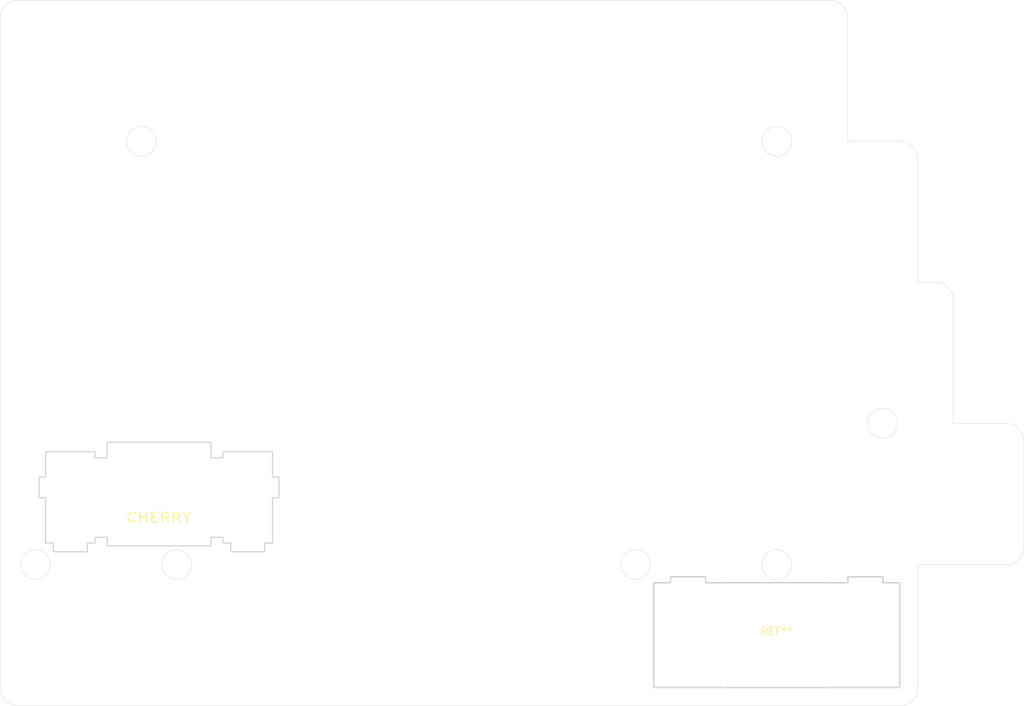
<source format=kicad_pcb>
(kicad_pcb (version 20171130) (host pcbnew 5.1.2-f72e74a~84~ubuntu18.04.1)

  (general
    (thickness 1.6)
    (drawings 29)
    (tracks 0)
    (zones 0)
    (modules 29)
    (nets 1)
  )

  (page A4)
  (layers
    (0 F.Cu signal)
    (31 B.Cu signal hide)
    (32 B.Adhes user hide)
    (33 F.Adhes user hide)
    (34 B.Paste user hide)
    (35 F.Paste user hide)
    (36 B.SilkS user hide)
    (37 F.SilkS user hide)
    (38 B.Mask user hide)
    (39 F.Mask user hide)
    (40 Dwgs.User user hide)
    (41 Cmts.User user hide)
    (42 Eco1.User user hide)
    (43 Eco2.User user hide)
    (44 Edge.Cuts user)
    (45 Margin user hide)
    (46 B.CrtYd user hide)
    (47 F.CrtYd user hide)
    (48 B.Fab user hide)
    (49 F.Fab user hide)
  )

  (setup
    (last_trace_width 0.25)
    (trace_clearance 0.2)
    (zone_clearance 0.508)
    (zone_45_only no)
    (trace_min 0.2)
    (via_size 0.8)
    (via_drill 0.4)
    (via_min_size 0.4)
    (via_min_drill 0.3)
    (uvia_size 0.3)
    (uvia_drill 0.1)
    (uvias_allowed no)
    (uvia_min_size 0.2)
    (uvia_min_drill 0.1)
    (edge_width 0.05)
    (segment_width 0.2)
    (pcb_text_width 0.3)
    (pcb_text_size 1.5 1.5)
    (mod_edge_width 0.12)
    (mod_text_size 1 1)
    (mod_text_width 0.15)
    (pad_size 1.524 1.524)
    (pad_drill 0.762)
    (pad_to_mask_clearance 0.051)
    (solder_mask_min_width 0.25)
    (aux_axis_origin 0 0)
    (visible_elements FFFFFF7F)
    (pcbplotparams
      (layerselection 0x010f0_ffffffff)
      (usegerberextensions true)
      (usegerberattributes false)
      (usegerberadvancedattributes false)
      (creategerberjobfile false)
      (excludeedgelayer true)
      (linewidth 0.100000)
      (plotframeref false)
      (viasonmask false)
      (mode 1)
      (useauxorigin false)
      (hpglpennumber 1)
      (hpglpenspeed 20)
      (hpglpendiameter 15.000000)
      (psnegative false)
      (psa4output false)
      (plotreference true)
      (plotvalue true)
      (plotinvisibletext false)
      (padsonsilk false)
      (subtractmaskfromsilk true)
      (outputformat 1)
      (mirror false)
      (drillshape 0)
      (scaleselection 1)
      (outputdirectory "../gerber-test/pcb/left/"))
  )

  (net 0 "")

  (net_class Default "これはデフォルトのネット クラスです。"
    (clearance 0.2)
    (trace_width 0.25)
    (via_dia 0.8)
    (via_drill 0.4)
    (uvia_dia 0.3)
    (uvia_drill 0.1)
  )

  (net_class Power ""
    (clearance 0.2)
    (trace_width 0.5)
    (via_dia 0.8)
    (via_drill 0.4)
    (uvia_dia 0.3)
    (uvia_drill 0.1)
  )

  (module lib:MX_PCB_CUTOUT (layer F.Cu) (tedit 5CF1E477) (tstamp 5D0160C9)
    (at 102.125 123.5)
    (fp_text reference CHERRY (at 0 3.175) (layer F.SilkS)
      (effects (font (size 1.27 1.524) (thickness 0.2032)))
    )
    (fp_text value MX (at 0 5.08) (layer F.SilkS) hide
      (effects (font (size 1.27 1.524) (thickness 0.2032)))
    )
    (fp_circle (center 11.938 8.255) (end 13.938 8.255) (layer Dwgs.User) (width 0.12))
    (fp_circle (center -11.938 8.255) (end -9.938 8.255) (layer Dwgs.User) (width 0.12))
    (fp_circle (center -11.938 -6.985) (end -10.438 -6.985) (layer Dwgs.User) (width 0.12))
    (fp_circle (center 11.938 -6.985) (end 13.438 -6.985) (layer Dwgs.User) (width 0.12))
    (fp_circle (center 0 0) (end 2 0) (layer Dwgs.User) (width 0.12))
    (fp_line (start -6.985 -6.985) (end 6.985 -6.985) (layer Edge.Cuts) (width 0.1524))
    (fp_line (start 6.985 -6.985) (end 6.985 -4.8768) (layer Edge.Cuts) (width 0.1524))
    (fp_line (start 6.985 -4.8768) (end 8.6106 -4.8768) (layer Edge.Cuts) (width 0.1524))
    (fp_line (start 8.6106 -4.8768) (end 8.6106 -5.6896) (layer Edge.Cuts) (width 0.1524))
    (fp_line (start 8.6106 -5.6896) (end 15.2654 -5.6896) (layer Edge.Cuts) (width 0.1524))
    (fp_line (start 15.2654 -5.6896) (end 15.2654 -2.286) (layer Edge.Cuts) (width 0.1524))
    (fp_line (start 15.2654 -2.286) (end 16.129 -2.286) (layer Edge.Cuts) (width 0.1524))
    (fp_line (start 16.129 -2.286) (end 16.129 0.508) (layer Edge.Cuts) (width 0.1524))
    (fp_line (start 16.129 0.508) (end 15.2654 0.508) (layer Edge.Cuts) (width 0.1524))
    (fp_line (start 15.2654 0.508) (end 15.2654 6.604) (layer Edge.Cuts) (width 0.1524))
    (fp_line (start 15.2654 6.604) (end 14.224 6.604) (layer Edge.Cuts) (width 0.1524))
    (fp_line (start 14.224 6.604) (end 14.224 7.7724) (layer Edge.Cuts) (width 0.1524))
    (fp_line (start 14.224 7.7724) (end 9.652 7.7724) (layer Edge.Cuts) (width 0.1524))
    (fp_line (start 9.652 7.7724) (end 9.652 6.604) (layer Edge.Cuts) (width 0.1524))
    (fp_line (start 9.652 6.604) (end 8.6106 6.604) (layer Edge.Cuts) (width 0.1524))
    (fp_line (start 8.6106 6.604) (end 8.6106 5.8166) (layer Edge.Cuts) (width 0.1524))
    (fp_line (start 8.6106 5.8166) (end 6.985 5.8166) (layer Edge.Cuts) (width 0.1524))
    (fp_line (start 6.985 5.8166) (end 6.985 6.985) (layer Edge.Cuts) (width 0.1524))
    (fp_line (start 6.985 6.985) (end -6.985 6.985) (layer Edge.Cuts) (width 0.1524))
    (fp_line (start -6.985 6.985) (end -6.985 5.8166) (layer Edge.Cuts) (width 0.1524))
    (fp_line (start -6.985 5.8166) (end -8.6106 5.8166) (layer Edge.Cuts) (width 0.1524))
    (fp_line (start -8.6106 5.8166) (end -8.6106 6.604) (layer Edge.Cuts) (width 0.1524))
    (fp_line (start -8.6106 6.604) (end -9.652 6.604) (layer Edge.Cuts) (width 0.1524))
    (fp_line (start -9.652 6.604) (end -9.652 7.7724) (layer Edge.Cuts) (width 0.1524))
    (fp_line (start -9.652 7.7724) (end -14.224 7.7724) (layer Edge.Cuts) (width 0.1524))
    (fp_line (start -14.224 7.7724) (end -14.224 6.604) (layer Edge.Cuts) (width 0.1524))
    (fp_line (start -14.224 6.604) (end -15.2654 6.604) (layer Edge.Cuts) (width 0.1524))
    (fp_line (start -15.2654 6.604) (end -15.2654 0.508) (layer Edge.Cuts) (width 0.1524))
    (fp_line (start -15.2654 0.508) (end -16.129 0.508) (layer Edge.Cuts) (width 0.1524))
    (fp_line (start -16.129 0.508) (end -16.129 -2.286) (layer Edge.Cuts) (width 0.1524))
    (fp_line (start -16.129 -2.286) (end -15.2654 -2.286) (layer Edge.Cuts) (width 0.1524))
    (fp_line (start -15.2654 -2.286) (end -15.2654 -5.6896) (layer Edge.Cuts) (width 0.1524))
    (fp_line (start -15.2654 -5.6896) (end -8.6106 -5.6896) (layer Edge.Cuts) (width 0.1524))
    (fp_line (start -8.6106 -5.6896) (end -8.6106 -4.8768) (layer Edge.Cuts) (width 0.1524))
    (fp_line (start -8.6106 -4.8768) (end -6.985 -4.8768) (layer Edge.Cuts) (width 0.1524))
    (fp_line (start -6.985 -4.8768) (end -6.985 -6.985) (layer Edge.Cuts) (width 0.1524))
    (fp_line (start 15.367 -7.62) (end 8.509 -7.62) (layer Cmts.User) (width 0.1524))
    (fp_line (start 8.509 -7.62) (end 8.509 7.62) (layer Cmts.User) (width 0.1524))
    (fp_line (start 8.509 7.62) (end -8.509 7.62) (layer Cmts.User) (width 0.1524))
    (fp_line (start -8.509 7.62) (end -8.509 -7.62) (layer Cmts.User) (width 0.1524))
    (fp_line (start -8.509 -7.62) (end -15.367 -7.62) (layer Cmts.User) (width 0.1524))
    (fp_line (start -15.367 -7.62) (end -15.367 10.16) (layer Cmts.User) (width 0.1524))
    (fp_line (start -15.367 10.16) (end 15.367 10.16) (layer Cmts.User) (width 0.1524))
    (fp_line (start 15.367 10.16) (end 15.367 -7.62) (layer Cmts.User) (width 0.1524))
  )

  (module lib:MX_CUTOFF_BackSpace (layer F.Cu) (tedit 5CF1F4FE) (tstamp 5CFEA572)
    (at 185.25 142.5 180)
    (fp_text reference REF** (at 0 0.5) (layer F.SilkS)
      (effects (font (size 1 1) (thickness 0.15)))
    )
    (fp_text value MX_CUTOFF_BackSpace (at 0 -0.5) (layer F.Fab)
      (effects (font (size 1 1) (thickness 0.15)))
    )
    (fp_line (start 6.985 -7.061549) (end 6.989 -7.061149) (layer Edge.Cuts) (width 0.2))
    (fp_line (start 6.980999 -7.061149) (end 6.985 -7.061549) (layer Edge.Cuts) (width 0.2))
    (fp_line (start -6.980999 -7.061149) (end 6.980999 -7.061149) (layer Edge.Cuts) (width 0.2))
    (fp_line (start -6.985 -7.061549) (end -6.980999 -7.061149) (layer Edge.Cuts) (width 0.2))
    (fp_line (start -6.989 -7.061149) (end -6.985 -7.061549) (layer Edge.Cuts) (width 0.2))
    (fp_line (start -7 -7.06005) (end -6.989 -7.061149) (layer Edge.Cuts) (width 0.2))
    (fp_line (start -7.014 -7.05565) (end -7 -7.06005) (layer Edge.Cuts) (width 0.2))
    (fp_line (start -7.025 -7.049949) (end -7.014 -7.05565) (layer Edge.Cuts) (width 0.2))
    (fp_line (start -16.497999 -7.049949) (end -7.025 -7.049949) (layer Edge.Cuts) (width 0.2))
    (fp_line (start -16.5 -7.050149) (end -16.497999 -7.049949) (layer Edge.Cuts) (width 0.2))
    (fp_line (start -16.502 -7.049949) (end -16.5 -7.050149) (layer Edge.Cuts) (width 0.2))
    (fp_line (start -16.509999 -7.04925) (end -16.502 -7.049949) (layer Edge.Cuts) (width 0.2))
    (fp_line (start -16.519 -7.04635) (end -16.509999 -7.04925) (layer Edge.Cuts) (width 0.2))
    (fp_line (start -16.527999 -7.041749) (end -16.519 -7.04635) (layer Edge.Cuts) (width 0.2))
    (fp_line (start -16.536 -7.035449) (end -16.527999 -7.041749) (layer Edge.Cuts) (width 0.2))
    (fp_line (start -16.542 -7.02785) (end -16.536 -7.035449) (layer Edge.Cuts) (width 0.2))
    (fp_line (start -16.545999 -7.019149) (end -16.542 -7.02785) (layer Edge.Cuts) (width 0.2))
    (fp_line (start -16.549 -7.009749) (end -16.545999 -7.019149) (layer Edge.Cuts) (width 0.2))
    (fp_line (start -16.55 -6.999949) (end -16.549 -7.009749) (layer Edge.Cuts) (width 0.2))
    (fp_line (start -16.55 -6.99755) (end -16.55 -6.999949) (layer Edge.Cuts) (width 0.2))
    (fp_line (start -16.55 6.99755) (end -16.55 -6.99755) (layer Edge.Cuts) (width 0.2))
    (fp_line (start -16.55 7.00005) (end -16.55 6.99755) (layer Edge.Cuts) (width 0.2))
    (fp_line (start -16.549 7.00985) (end -16.55 7.00005) (layer Edge.Cuts) (width 0.2))
    (fp_line (start -16.545999 7.01925) (end -16.549 7.00985) (layer Edge.Cuts) (width 0.2))
    (fp_line (start -16.542 7.02795) (end -16.545999 7.01925) (layer Edge.Cuts) (width 0.2))
    (fp_line (start -16.536 7.03555) (end -16.542 7.02795) (layer Edge.Cuts) (width 0.2))
    (fp_line (start -16.527999 7.041849) (end -16.536 7.03555) (layer Edge.Cuts) (width 0.2))
    (fp_line (start -16.519 7.04645) (end -16.527999 7.041849) (layer Edge.Cuts) (width 0.2))
    (fp_line (start -16.509999 7.04935) (end -16.519 7.04645) (layer Edge.Cuts) (width 0.2))
    (fp_line (start -16.502 7.050049) (end -16.509999 7.04935) (layer Edge.Cuts) (width 0.2))
    (fp_line (start -16.5 7.05025) (end -16.502 7.050049) (layer Edge.Cuts) (width 0.2))
    (fp_line (start -16.497999 7.050049) (end -16.5 7.05025) (layer Edge.Cuts) (width 0.2))
    (fp_line (start -14.3 7.050049) (end -16.497999 7.050049) (layer Edge.Cuts) (width 0.2))
    (fp_line (start -14.3 7.768749) (end -14.3 7.050049) (layer Edge.Cuts) (width 0.2))
    (fp_line (start -14.300999 7.77245) (end -14.3 7.768749) (layer Edge.Cuts) (width 0.2))
    (fp_line (start -14.299 7.78735) (end -14.300999 7.77245) (layer Edge.Cuts) (width 0.2))
    (fp_line (start -14.294999 7.801749) (end -14.299 7.78735) (layer Edge.Cuts) (width 0.2))
    (fp_line (start -14.288 7.814949) (end -14.294999 7.801749) (layer Edge.Cuts) (width 0.2))
    (fp_line (start -14.277999 7.826549) (end -14.288 7.814949) (layer Edge.Cuts) (width 0.2))
    (fp_line (start -14.267 7.83615) (end -14.277999 7.826549) (layer Edge.Cuts) (width 0.2))
    (fp_line (start -14.252999 7.84315) (end -14.267 7.83615) (layer Edge.Cuts) (width 0.2))
    (fp_line (start -14.239 7.847549) (end -14.252999 7.84315) (layer Edge.Cuts) (width 0.2))
    (fp_line (start -14.223999 7.84905) (end -14.239 7.847549) (layer Edge.Cuts) (width 0.2))
    (fp_line (start -14.22 7.84865) (end -14.223999 7.84905) (layer Edge.Cuts) (width 0.2))
    (fp_line (start -9.656 7.84865) (end -14.22 7.84865) (layer Edge.Cuts) (width 0.2))
    (fp_line (start -9.651999 7.84905) (end -9.656 7.84865) (layer Edge.Cuts) (width 0.2))
    (fp_line (start -9.647999 7.84865) (end -9.651999 7.84905) (layer Edge.Cuts) (width 0.2))
    (fp_line (start -9.637 7.847549) (end -9.647999 7.84865) (layer Edge.Cuts) (width 0.2))
    (fp_line (start -9.622999 7.84315) (end -9.637 7.847549) (layer Edge.Cuts) (width 0.2))
    (fp_line (start -9.609 7.83615) (end -9.622999 7.84315) (layer Edge.Cuts) (width 0.2))
    (fp_line (start -9.598 7.826549) (end -9.609 7.83615) (layer Edge.Cuts) (width 0.2))
    (fp_line (start -9.587999 7.814949) (end -9.598 7.826549) (layer Edge.Cuts) (width 0.2))
    (fp_line (start -9.580999 7.801749) (end -9.587999 7.814949) (layer Edge.Cuts) (width 0.2))
    (fp_line (start -9.576999 7.78735) (end -9.580999 7.801749) (layer Edge.Cuts) (width 0.2))
    (fp_line (start -9.574999 7.77245) (end -9.576999 7.78735) (layer Edge.Cuts) (width 0.2))
    (fp_line (start -9.575999 7.768749) (end -9.574999 7.77245) (layer Edge.Cuts) (width 0.2))
    (fp_line (start -9.575999 7.050049) (end -9.575999 7.768749) (layer Edge.Cuts) (width 0.2))
    (fp_line (start -7.025 7.050049) (end -9.575999 7.050049) (layer Edge.Cuts) (width 0.2))
    (fp_line (start -7.014 7.05575) (end -7.025 7.050049) (layer Edge.Cuts) (width 0.2))
    (fp_line (start -7 7.06015) (end -7.014 7.05575) (layer Edge.Cuts) (width 0.2))
    (fp_line (start -6.985 7.06165) (end -7 7.06015) (layer Edge.Cuts) (width 0.2))
    (fp_line (start -6.980999 7.06125) (end -6.985 7.06165) (layer Edge.Cuts) (width 0.2))
    (fp_line (start 6.980999 7.06125) (end -6.980999 7.06125) (layer Edge.Cuts) (width 0.2))
    (fp_line (start 6.985 7.06165) (end 6.980999 7.06125) (layer Edge.Cuts) (width 0.2))
    (fp_line (start 6.989 7.06125) (end 6.985 7.06165) (layer Edge.Cuts) (width 0.2))
    (fp_line (start 7 7.06015) (end 6.989 7.06125) (layer Edge.Cuts) (width 0.2))
    (fp_line (start 7.014 7.05575) (end 7 7.06015) (layer Edge.Cuts) (width 0.2))
    (fp_line (start 7.025 7.050049) (end 7.014 7.05575) (layer Edge.Cuts) (width 0.2))
    (fp_line (start 9.575999 7.050049) (end 7.025 7.050049) (layer Edge.Cuts) (width 0.2))
    (fp_line (start 9.575999 7.768749) (end 9.575999 7.050049) (layer Edge.Cuts) (width 0.2))
    (fp_line (start 9.574999 7.77245) (end 9.575999 7.768749) (layer Edge.Cuts) (width 0.2))
    (fp_line (start 9.576999 7.78735) (end 9.574999 7.77245) (layer Edge.Cuts) (width 0.2))
    (fp_line (start 9.580999 7.801749) (end 9.576999 7.78735) (layer Edge.Cuts) (width 0.2))
    (fp_line (start 9.587999 7.814949) (end 9.580999 7.801749) (layer Edge.Cuts) (width 0.2))
    (fp_line (start 9.598 7.826549) (end 9.587999 7.814949) (layer Edge.Cuts) (width 0.2))
    (fp_line (start 9.609 7.83615) (end 9.598 7.826549) (layer Edge.Cuts) (width 0.2))
    (fp_line (start 9.622999 7.84315) (end 9.609 7.83615) (layer Edge.Cuts) (width 0.2))
    (fp_line (start 9.637 7.847549) (end 9.622999 7.84315) (layer Edge.Cuts) (width 0.2))
    (fp_line (start 9.651999 7.84905) (end 9.637 7.847549) (layer Edge.Cuts) (width 0.2))
    (fp_line (start 9.656 7.84865) (end 9.651999 7.84905) (layer Edge.Cuts) (width 0.2))
    (fp_line (start 14.22 7.84865) (end 9.656 7.84865) (layer Edge.Cuts) (width 0.2))
    (fp_line (start 14.223999 7.84905) (end 14.22 7.84865) (layer Edge.Cuts) (width 0.2))
    (fp_line (start 14.228 7.84865) (end 14.223999 7.84905) (layer Edge.Cuts) (width 0.2))
    (fp_line (start 14.239 7.847549) (end 14.228 7.84865) (layer Edge.Cuts) (width 0.2))
    (fp_line (start 14.252999 7.84315) (end 14.239 7.847549) (layer Edge.Cuts) (width 0.2))
    (fp_line (start 14.267 7.83615) (end 14.252999 7.84315) (layer Edge.Cuts) (width 0.2))
    (fp_line (start 14.277999 7.826549) (end 14.267 7.83615) (layer Edge.Cuts) (width 0.2))
    (fp_line (start 14.288 7.814949) (end 14.277999 7.826549) (layer Edge.Cuts) (width 0.2))
    (fp_line (start 14.294999 7.801749) (end 14.288 7.814949) (layer Edge.Cuts) (width 0.2))
    (fp_line (start 14.299 7.78735) (end 14.294999 7.801749) (layer Edge.Cuts) (width 0.2))
    (fp_line (start 14.300999 7.77245) (end 14.299 7.78735) (layer Edge.Cuts) (width 0.2))
    (fp_line (start 14.3 7.768749) (end 14.300999 7.77245) (layer Edge.Cuts) (width 0.2))
    (fp_line (start 14.3 7.050049) (end 14.3 7.768749) (layer Edge.Cuts) (width 0.2))
    (fp_line (start 16.497999 7.050049) (end 14.3 7.050049) (layer Edge.Cuts) (width 0.2))
    (fp_line (start 16.5 7.05025) (end 16.497999 7.050049) (layer Edge.Cuts) (width 0.2))
    (fp_line (start 16.502 7.050049) (end 16.5 7.05025) (layer Edge.Cuts) (width 0.2))
    (fp_line (start 16.509999 7.04935) (end 16.502 7.050049) (layer Edge.Cuts) (width 0.2))
    (fp_line (start 16.519 7.04645) (end 16.509999 7.04935) (layer Edge.Cuts) (width 0.2))
    (fp_line (start 16.527999 7.041849) (end 16.519 7.04645) (layer Edge.Cuts) (width 0.2))
    (fp_line (start 16.536 7.03555) (end 16.527999 7.041849) (layer Edge.Cuts) (width 0.2))
    (fp_line (start 16.542 7.02795) (end 16.536 7.03555) (layer Edge.Cuts) (width 0.2))
    (fp_line (start 16.545999 7.01925) (end 16.542 7.02795) (layer Edge.Cuts) (width 0.2))
    (fp_line (start 16.549 7.00985) (end 16.545999 7.01925) (layer Edge.Cuts) (width 0.2))
    (fp_line (start 16.55 7.00005) (end 16.549 7.00985) (layer Edge.Cuts) (width 0.2))
    (fp_line (start 16.55 6.99765) (end 16.55 7.00005) (layer Edge.Cuts) (width 0.2))
    (fp_line (start 16.55 -6.99755) (end 16.55 6.99765) (layer Edge.Cuts) (width 0.2))
    (fp_line (start 16.55 -6.999949) (end 16.55 -6.99755) (layer Edge.Cuts) (width 0.2))
    (fp_line (start 16.549 -7.009749) (end 16.55 -6.999949) (layer Edge.Cuts) (width 0.2))
    (fp_line (start 16.545999 -7.019149) (end 16.549 -7.009749) (layer Edge.Cuts) (width 0.2))
    (fp_line (start 16.542 -7.02785) (end 16.545999 -7.019149) (layer Edge.Cuts) (width 0.2))
    (fp_line (start 16.536 -7.035449) (end 16.542 -7.02785) (layer Edge.Cuts) (width 0.2))
    (fp_line (start 16.527999 -7.041749) (end 16.536 -7.035449) (layer Edge.Cuts) (width 0.2))
    (fp_line (start 16.519 -7.04635) (end 16.527999 -7.041749) (layer Edge.Cuts) (width 0.2))
    (fp_line (start 16.509999 -7.04925) (end 16.519 -7.04635) (layer Edge.Cuts) (width 0.2))
    (fp_line (start 16.502 -7.049949) (end 16.509999 -7.04925) (layer Edge.Cuts) (width 0.2))
    (fp_line (start 16.5 -7.050149) (end 16.502 -7.049949) (layer Edge.Cuts) (width 0.2))
    (fp_line (start 16.497999 -7.049949) (end 16.5 -7.050149) (layer Edge.Cuts) (width 0.2))
    (fp_line (start 7.025 -7.049949) (end 16.497999 -7.049949) (layer Edge.Cuts) (width 0.2))
    (fp_line (start 7.014 -7.05565) (end 7.025 -7.049949) (layer Edge.Cuts) (width 0.2))
    (fp_line (start 7 -7.06005) (end 7.014 -7.05565) (layer Edge.Cuts) (width 0.2))
    (fp_line (start 6.989 -7.061149) (end 7 -7.06005) (layer Edge.Cuts) (width 0.2))
  )

  (module lib:MX_CUTOUT_min_dril_1mm (layer F.Cu) (tedit 5CF53254) (tstamp 5CFEA33E)
    (at 185.25 66.5)
    (fp_text reference MX_CUTOUT (at 0 1.5) (layer F.SilkS) hide
      (effects (font (size 1 1) (thickness 0.15)))
    )
    (fp_text value VAL** (at 0 0) (layer F.SilkS) hide
      (effects (font (size 1 1) (thickness 0.15)))
    )
    (fp_line (start -7 -7) (end 7 -7) (layer Dwgs.User) (width 0.12))
    (fp_line (start 7 -7) (end 7 7) (layer Dwgs.User) (width 0.12))
    (fp_line (start 7 7) (end -7 7) (layer Dwgs.User) (width 0.12))
    (fp_line (start -7 7) (end -7 -7) (layer Dwgs.User) (width 0.12))
    (pad "" np_thru_hole circle (at -6.75 -6.75) (size 1 1) (drill 1) (layers *.Cu *.Mask))
    (pad "" np_thru_hole circle (at 6.75 -6.75) (size 1 1) (drill 1) (layers *.Cu *.Mask))
    (pad "" np_thru_hole circle (at 6.75 6.75) (size 1 1) (drill 1) (layers *.Cu *.Mask))
    (pad "" np_thru_hole circle (at -6.75 6.75) (size 1 1) (drill 1) (layers *.Cu *.Mask))
    (pad "" np_thru_hole oval (at 0 -6.5) (size 14 1) (drill oval 14 1) (layers *.Cu *.Mask))
    (pad "" np_thru_hole oval (at 0 6.5) (size 14 1) (drill oval 14 1) (layers *.Cu *.Mask))
    (pad "" np_thru_hole oval (at -6.5 0 90) (size 14 1) (drill oval 14 1) (layers *.Cu *.Mask))
    (pad "" np_thru_hole oval (at 6.5 0 90) (size 14 1) (drill oval 14 1) (layers *.Cu *.Mask))
  )

  (module lib:MX_CUTOUT_min_dril_1mm (layer F.Cu) (tedit 5CF53254) (tstamp 5CFEA320)
    (at 166.25 66.5)
    (fp_text reference MX_CUTOUT (at 0 1.5) (layer F.SilkS) hide
      (effects (font (size 1 1) (thickness 0.15)))
    )
    (fp_text value VAL** (at 0 0) (layer F.SilkS) hide
      (effects (font (size 1 1) (thickness 0.15)))
    )
    (fp_line (start -7 7) (end -7 -7) (layer Dwgs.User) (width 0.12))
    (fp_line (start 7 7) (end -7 7) (layer Dwgs.User) (width 0.12))
    (fp_line (start 7 -7) (end 7 7) (layer Dwgs.User) (width 0.12))
    (fp_line (start -7 -7) (end 7 -7) (layer Dwgs.User) (width 0.12))
    (pad "" np_thru_hole oval (at 6.5 0 90) (size 14 1) (drill oval 14 1) (layers *.Cu *.Mask))
    (pad "" np_thru_hole oval (at -6.5 0 90) (size 14 1) (drill oval 14 1) (layers *.Cu *.Mask))
    (pad "" np_thru_hole oval (at 0 6.5) (size 14 1) (drill oval 14 1) (layers *.Cu *.Mask))
    (pad "" np_thru_hole oval (at 0 -6.5) (size 14 1) (drill oval 14 1) (layers *.Cu *.Mask))
    (pad "" np_thru_hole circle (at -6.75 6.75) (size 1 1) (drill 1) (layers *.Cu *.Mask))
    (pad "" np_thru_hole circle (at 6.75 6.75) (size 1 1) (drill 1) (layers *.Cu *.Mask))
    (pad "" np_thru_hole circle (at 6.75 -6.75) (size 1 1) (drill 1) (layers *.Cu *.Mask))
    (pad "" np_thru_hole circle (at -6.75 -6.75) (size 1 1) (drill 1) (layers *.Cu *.Mask))
  )

  (module lib:MX_CUTOUT_min_dril_1mm (layer F.Cu) (tedit 5CF53254) (tstamp 5CFEA20B)
    (at 194.75 85.5)
    (fp_text reference MX_CUTOUT (at 0 1.5) (layer F.SilkS) hide
      (effects (font (size 1 1) (thickness 0.15)))
    )
    (fp_text value VAL** (at 0 0) (layer F.SilkS) hide
      (effects (font (size 1 1) (thickness 0.15)))
    )
    (fp_line (start -7 -7) (end 7 -7) (layer Dwgs.User) (width 0.12))
    (fp_line (start 7 -7) (end 7 7) (layer Dwgs.User) (width 0.12))
    (fp_line (start 7 7) (end -7 7) (layer Dwgs.User) (width 0.12))
    (fp_line (start -7 7) (end -7 -7) (layer Dwgs.User) (width 0.12))
    (pad "" np_thru_hole circle (at -6.75 -6.75) (size 1 1) (drill 1) (layers *.Cu *.Mask))
    (pad "" np_thru_hole circle (at 6.75 -6.75) (size 1 1) (drill 1) (layers *.Cu *.Mask))
    (pad "" np_thru_hole circle (at 6.75 6.75) (size 1 1) (drill 1) (layers *.Cu *.Mask))
    (pad "" np_thru_hole circle (at -6.75 6.75) (size 1 1) (drill 1) (layers *.Cu *.Mask))
    (pad "" np_thru_hole oval (at 0 -6.5) (size 14 1) (drill oval 14 1) (layers *.Cu *.Mask))
    (pad "" np_thru_hole oval (at 0 6.5) (size 14 1) (drill oval 14 1) (layers *.Cu *.Mask))
    (pad "" np_thru_hole oval (at -6.5 0 90) (size 14 1) (drill oval 14 1) (layers *.Cu *.Mask))
    (pad "" np_thru_hole oval (at 6.5 0 90) (size 14 1) (drill oval 14 1) (layers *.Cu *.Mask))
  )

  (module lib:MX_CUTOUT_min_dril_1mm (layer F.Cu) (tedit 5CF53254) (tstamp 5CFEA1ED)
    (at 175.75 85.5)
    (fp_text reference MX_CUTOUT (at 0 1.5) (layer F.SilkS) hide
      (effects (font (size 1 1) (thickness 0.15)))
    )
    (fp_text value VAL** (at 0 0) (layer F.SilkS) hide
      (effects (font (size 1 1) (thickness 0.15)))
    )
    (fp_line (start -7 7) (end -7 -7) (layer Dwgs.User) (width 0.12))
    (fp_line (start 7 7) (end -7 7) (layer Dwgs.User) (width 0.12))
    (fp_line (start 7 -7) (end 7 7) (layer Dwgs.User) (width 0.12))
    (fp_line (start -7 -7) (end 7 -7) (layer Dwgs.User) (width 0.12))
    (pad "" np_thru_hole oval (at 6.5 0 90) (size 14 1) (drill oval 14 1) (layers *.Cu *.Mask))
    (pad "" np_thru_hole oval (at -6.5 0 90) (size 14 1) (drill oval 14 1) (layers *.Cu *.Mask))
    (pad "" np_thru_hole oval (at 0 6.5) (size 14 1) (drill oval 14 1) (layers *.Cu *.Mask))
    (pad "" np_thru_hole oval (at 0 -6.5) (size 14 1) (drill oval 14 1) (layers *.Cu *.Mask))
    (pad "" np_thru_hole circle (at -6.75 6.75) (size 1 1) (drill 1) (layers *.Cu *.Mask))
    (pad "" np_thru_hole circle (at 6.75 6.75) (size 1 1) (drill 1) (layers *.Cu *.Mask))
    (pad "" np_thru_hole circle (at 6.75 -6.75) (size 1 1) (drill 1) (layers *.Cu *.Mask))
    (pad "" np_thru_hole circle (at -6.75 -6.75) (size 1 1) (drill 1) (layers *.Cu *.Mask))
  )

  (module lib:MX_CUTOUT_min_dril_1mm (layer F.Cu) (tedit 5CF53254) (tstamp 5CFEA1A1)
    (at 156.75 85.5)
    (fp_text reference MX_CUTOUT (at 0 1.5) (layer F.SilkS) hide
      (effects (font (size 1 1) (thickness 0.15)))
    )
    (fp_text value VAL** (at 0 0) (layer F.SilkS) hide
      (effects (font (size 1 1) (thickness 0.15)))
    )
    (fp_line (start -7 7) (end -7 -7) (layer Dwgs.User) (width 0.12))
    (fp_line (start 7 7) (end -7 7) (layer Dwgs.User) (width 0.12))
    (fp_line (start 7 -7) (end 7 7) (layer Dwgs.User) (width 0.12))
    (fp_line (start -7 -7) (end 7 -7) (layer Dwgs.User) (width 0.12))
    (pad "" np_thru_hole oval (at 6.5 0 90) (size 14 1) (drill oval 14 1) (layers *.Cu *.Mask))
    (pad "" np_thru_hole oval (at -6.5 0 90) (size 14 1) (drill oval 14 1) (layers *.Cu *.Mask))
    (pad "" np_thru_hole oval (at 0 6.5) (size 14 1) (drill oval 14 1) (layers *.Cu *.Mask))
    (pad "" np_thru_hole oval (at 0 -6.5) (size 14 1) (drill oval 14 1) (layers *.Cu *.Mask))
    (pad "" np_thru_hole circle (at -6.75 6.75) (size 1 1) (drill 1) (layers *.Cu *.Mask))
    (pad "" np_thru_hole circle (at 6.75 6.75) (size 1 1) (drill 1) (layers *.Cu *.Mask))
    (pad "" np_thru_hole circle (at 6.75 -6.75) (size 1 1) (drill 1) (layers *.Cu *.Mask))
    (pad "" np_thru_hole circle (at -6.75 -6.75) (size 1 1) (drill 1) (layers *.Cu *.Mask))
  )

  (module lib:MX_CUTOUT_min_dril_1mm (layer F.Cu) (tedit 5CF53254) (tstamp 5CFEA08E)
    (at 199.5 104.5)
    (fp_text reference MX_CUTOUT (at 0 1.5) (layer F.SilkS) hide
      (effects (font (size 1 1) (thickness 0.15)))
    )
    (fp_text value VAL** (at 0 0) (layer F.SilkS) hide
      (effects (font (size 1 1) (thickness 0.15)))
    )
    (fp_line (start -7 -7) (end 7 -7) (layer Dwgs.User) (width 0.12))
    (fp_line (start 7 -7) (end 7 7) (layer Dwgs.User) (width 0.12))
    (fp_line (start 7 7) (end -7 7) (layer Dwgs.User) (width 0.12))
    (fp_line (start -7 7) (end -7 -7) (layer Dwgs.User) (width 0.12))
    (pad "" np_thru_hole circle (at -6.75 -6.75) (size 1 1) (drill 1) (layers *.Cu *.Mask))
    (pad "" np_thru_hole circle (at 6.75 -6.75) (size 1 1) (drill 1) (layers *.Cu *.Mask))
    (pad "" np_thru_hole circle (at 6.75 6.75) (size 1 1) (drill 1) (layers *.Cu *.Mask))
    (pad "" np_thru_hole circle (at -6.75 6.75) (size 1 1) (drill 1) (layers *.Cu *.Mask))
    (pad "" np_thru_hole oval (at 0 -6.5) (size 14 1) (drill oval 14 1) (layers *.Cu *.Mask))
    (pad "" np_thru_hole oval (at 0 6.5) (size 14 1) (drill oval 14 1) (layers *.Cu *.Mask))
    (pad "" np_thru_hole oval (at -6.5 0 90) (size 14 1) (drill oval 14 1) (layers *.Cu *.Mask))
    (pad "" np_thru_hole oval (at 6.5 0 90) (size 14 1) (drill oval 14 1) (layers *.Cu *.Mask))
  )

  (module lib:MX_CUTOUT_min_dril_1mm (layer F.Cu) (tedit 5CF53254) (tstamp 5CFEA070)
    (at 209 123.5)
    (fp_text reference MX_CUTOUT (at 0 1.5) (layer F.SilkS) hide
      (effects (font (size 1 1) (thickness 0.15)))
    )
    (fp_text value VAL** (at 0 0) (layer F.SilkS) hide
      (effects (font (size 1 1) (thickness 0.15)))
    )
    (fp_line (start -7 7) (end -7 -7) (layer Dwgs.User) (width 0.12))
    (fp_line (start 7 7) (end -7 7) (layer Dwgs.User) (width 0.12))
    (fp_line (start 7 -7) (end 7 7) (layer Dwgs.User) (width 0.12))
    (fp_line (start -7 -7) (end 7 -7) (layer Dwgs.User) (width 0.12))
    (pad "" np_thru_hole oval (at 6.5 0 90) (size 14 1) (drill oval 14 1) (layers *.Cu *.Mask))
    (pad "" np_thru_hole oval (at -6.5 0 90) (size 14 1) (drill oval 14 1) (layers *.Cu *.Mask))
    (pad "" np_thru_hole oval (at 0 6.5) (size 14 1) (drill oval 14 1) (layers *.Cu *.Mask))
    (pad "" np_thru_hole oval (at 0 -6.5) (size 14 1) (drill oval 14 1) (layers *.Cu *.Mask))
    (pad "" np_thru_hole circle (at -6.75 6.75) (size 1 1) (drill 1) (layers *.Cu *.Mask))
    (pad "" np_thru_hole circle (at 6.75 6.75) (size 1 1) (drill 1) (layers *.Cu *.Mask))
    (pad "" np_thru_hole circle (at 6.75 -6.75) (size 1 1) (drill 1) (layers *.Cu *.Mask))
    (pad "" np_thru_hole circle (at -6.75 -6.75) (size 1 1) (drill 1) (layers *.Cu *.Mask))
  )

  (module lib:MX_CUTOUT_min_dril_1mm (layer F.Cu) (tedit 5CF53254) (tstamp 5CFEA052)
    (at 161.5 104.5)
    (fp_text reference MX_CUTOUT (at 0 1.5) (layer F.SilkS) hide
      (effects (font (size 1 1) (thickness 0.15)))
    )
    (fp_text value VAL** (at 0 0) (layer F.SilkS) hide
      (effects (font (size 1 1) (thickness 0.15)))
    )
    (fp_line (start -7 -7) (end 7 -7) (layer Dwgs.User) (width 0.12))
    (fp_line (start 7 -7) (end 7 7) (layer Dwgs.User) (width 0.12))
    (fp_line (start 7 7) (end -7 7) (layer Dwgs.User) (width 0.12))
    (fp_line (start -7 7) (end -7 -7) (layer Dwgs.User) (width 0.12))
    (pad "" np_thru_hole circle (at -6.75 -6.75) (size 1 1) (drill 1) (layers *.Cu *.Mask))
    (pad "" np_thru_hole circle (at 6.75 -6.75) (size 1 1) (drill 1) (layers *.Cu *.Mask))
    (pad "" np_thru_hole circle (at 6.75 6.75) (size 1 1) (drill 1) (layers *.Cu *.Mask))
    (pad "" np_thru_hole circle (at -6.75 6.75) (size 1 1) (drill 1) (layers *.Cu *.Mask))
    (pad "" np_thru_hole oval (at 0 -6.5) (size 14 1) (drill oval 14 1) (layers *.Cu *.Mask))
    (pad "" np_thru_hole oval (at 0 6.5) (size 14 1) (drill oval 14 1) (layers *.Cu *.Mask))
    (pad "" np_thru_hole oval (at -6.5 0 90) (size 14 1) (drill oval 14 1) (layers *.Cu *.Mask))
    (pad "" np_thru_hole oval (at 6.5 0 90) (size 14 1) (drill oval 14 1) (layers *.Cu *.Mask))
  )

  (module lib:MX_CUTOUT_min_dril_1mm (layer F.Cu) (tedit 5CF53254) (tstamp 5CFEA034)
    (at 180.5 104.5)
    (fp_text reference MX_CUTOUT (at 0 1.5) (layer F.SilkS) hide
      (effects (font (size 1 1) (thickness 0.15)))
    )
    (fp_text value VAL** (at 0 0) (layer F.SilkS) hide
      (effects (font (size 1 1) (thickness 0.15)))
    )
    (fp_line (start -7 7) (end -7 -7) (layer Dwgs.User) (width 0.12))
    (fp_line (start 7 7) (end -7 7) (layer Dwgs.User) (width 0.12))
    (fp_line (start 7 -7) (end 7 7) (layer Dwgs.User) (width 0.12))
    (fp_line (start -7 -7) (end 7 -7) (layer Dwgs.User) (width 0.12))
    (pad "" np_thru_hole oval (at 6.5 0 90) (size 14 1) (drill oval 14 1) (layers *.Cu *.Mask))
    (pad "" np_thru_hole oval (at -6.5 0 90) (size 14 1) (drill oval 14 1) (layers *.Cu *.Mask))
    (pad "" np_thru_hole oval (at 0 6.5) (size 14 1) (drill oval 14 1) (layers *.Cu *.Mask))
    (pad "" np_thru_hole oval (at 0 -6.5) (size 14 1) (drill oval 14 1) (layers *.Cu *.Mask))
    (pad "" np_thru_hole circle (at -6.75 6.75) (size 1 1) (drill 1) (layers *.Cu *.Mask))
    (pad "" np_thru_hole circle (at 6.75 6.75) (size 1 1) (drill 1) (layers *.Cu *.Mask))
    (pad "" np_thru_hole circle (at 6.75 -6.75) (size 1 1) (drill 1) (layers *.Cu *.Mask))
    (pad "" np_thru_hole circle (at -6.75 -6.75) (size 1 1) (drill 1) (layers *.Cu *.Mask))
  )

  (module lib:MX_CUTOUT_min_dril_1mm (layer F.Cu) (tedit 5CF53254) (tstamp 5CFEA016)
    (at 190 123.5)
    (fp_text reference MX_CUTOUT (at 0 1.5) (layer F.SilkS) hide
      (effects (font (size 1 1) (thickness 0.15)))
    )
    (fp_text value VAL** (at 0 0) (layer F.SilkS) hide
      (effects (font (size 1 1) (thickness 0.15)))
    )
    (fp_line (start -7 -7) (end 7 -7) (layer Dwgs.User) (width 0.12))
    (fp_line (start 7 -7) (end 7 7) (layer Dwgs.User) (width 0.12))
    (fp_line (start 7 7) (end -7 7) (layer Dwgs.User) (width 0.12))
    (fp_line (start -7 7) (end -7 -7) (layer Dwgs.User) (width 0.12))
    (pad "" np_thru_hole circle (at -6.75 -6.75) (size 1 1) (drill 1) (layers *.Cu *.Mask))
    (pad "" np_thru_hole circle (at 6.75 -6.75) (size 1 1) (drill 1) (layers *.Cu *.Mask))
    (pad "" np_thru_hole circle (at 6.75 6.75) (size 1 1) (drill 1) (layers *.Cu *.Mask))
    (pad "" np_thru_hole circle (at -6.75 6.75) (size 1 1) (drill 1) (layers *.Cu *.Mask))
    (pad "" np_thru_hole oval (at 0 -6.5) (size 14 1) (drill oval 14 1) (layers *.Cu *.Mask))
    (pad "" np_thru_hole oval (at 0 6.5) (size 14 1) (drill oval 14 1) (layers *.Cu *.Mask))
    (pad "" np_thru_hole oval (at -6.5 0 90) (size 14 1) (drill oval 14 1) (layers *.Cu *.Mask))
    (pad "" np_thru_hole oval (at 6.5 0 90) (size 14 1) (drill oval 14 1) (layers *.Cu *.Mask))
  )

  (module lib:MX_CUTOUT_min_dril_1mm (layer F.Cu) (tedit 5CF53254) (tstamp 5CFE9FF8)
    (at 171 123.5)
    (fp_text reference MX_CUTOUT (at 0 1.5) (layer F.SilkS) hide
      (effects (font (size 1 1) (thickness 0.15)))
    )
    (fp_text value VAL** (at 0 0) (layer F.SilkS) hide
      (effects (font (size 1 1) (thickness 0.15)))
    )
    (fp_line (start -7 7) (end -7 -7) (layer Dwgs.User) (width 0.12))
    (fp_line (start 7 7) (end -7 7) (layer Dwgs.User) (width 0.12))
    (fp_line (start 7 -7) (end 7 7) (layer Dwgs.User) (width 0.12))
    (fp_line (start -7 -7) (end 7 -7) (layer Dwgs.User) (width 0.12))
    (pad "" np_thru_hole oval (at 6.5 0 90) (size 14 1) (drill oval 14 1) (layers *.Cu *.Mask))
    (pad "" np_thru_hole oval (at -6.5 0 90) (size 14 1) (drill oval 14 1) (layers *.Cu *.Mask))
    (pad "" np_thru_hole oval (at 0 6.5) (size 14 1) (drill oval 14 1) (layers *.Cu *.Mask))
    (pad "" np_thru_hole oval (at 0 -6.5) (size 14 1) (drill oval 14 1) (layers *.Cu *.Mask))
    (pad "" np_thru_hole circle (at -6.75 6.75) (size 1 1) (drill 1) (layers *.Cu *.Mask))
    (pad "" np_thru_hole circle (at 6.75 6.75) (size 1 1) (drill 1) (layers *.Cu *.Mask))
    (pad "" np_thru_hole circle (at 6.75 -6.75) (size 1 1) (drill 1) (layers *.Cu *.Mask))
    (pad "" np_thru_hole circle (at -6.75 -6.75) (size 1 1) (drill 1) (layers *.Cu *.Mask))
  )

  (module lib:MX_CUTOUT_min_dril_1mm (layer F.Cu) (tedit 5CF53254) (tstamp 5CFE9FDA)
    (at 152 123.5)
    (fp_text reference MX_CUTOUT (at 0 1.5) (layer F.SilkS) hide
      (effects (font (size 1 1) (thickness 0.15)))
    )
    (fp_text value VAL** (at 0 0) (layer F.SilkS) hide
      (effects (font (size 1 1) (thickness 0.15)))
    )
    (fp_line (start -7 -7) (end 7 -7) (layer Dwgs.User) (width 0.12))
    (fp_line (start 7 -7) (end 7 7) (layer Dwgs.User) (width 0.12))
    (fp_line (start 7 7) (end -7 7) (layer Dwgs.User) (width 0.12))
    (fp_line (start -7 7) (end -7 -7) (layer Dwgs.User) (width 0.12))
    (pad "" np_thru_hole circle (at -6.75 -6.75) (size 1 1) (drill 1) (layers *.Cu *.Mask))
    (pad "" np_thru_hole circle (at 6.75 -6.75) (size 1 1) (drill 1) (layers *.Cu *.Mask))
    (pad "" np_thru_hole circle (at 6.75 6.75) (size 1 1) (drill 1) (layers *.Cu *.Mask))
    (pad "" np_thru_hole circle (at -6.75 6.75) (size 1 1) (drill 1) (layers *.Cu *.Mask))
    (pad "" np_thru_hole oval (at 0 -6.5) (size 14 1) (drill oval 14 1) (layers *.Cu *.Mask))
    (pad "" np_thru_hole oval (at 0 6.5) (size 14 1) (drill oval 14 1) (layers *.Cu *.Mask))
    (pad "" np_thru_hole oval (at -6.5 0 90) (size 14 1) (drill oval 14 1) (layers *.Cu *.Mask))
    (pad "" np_thru_hole oval (at 6.5 0 90) (size 14 1) (drill oval 14 1) (layers *.Cu *.Mask))
  )

  (module lib:MX_CUTOUT_min_dril_1mm (layer F.Cu) (tedit 5CF53254) (tstamp 5CFE9FBC)
    (at 156.75 142.5)
    (fp_text reference MX_CUTOUT (at 0 1.5) (layer F.SilkS) hide
      (effects (font (size 1 1) (thickness 0.15)))
    )
    (fp_text value VAL** (at 0 0) (layer F.SilkS) hide
      (effects (font (size 1 1) (thickness 0.15)))
    )
    (fp_line (start -7 7) (end -7 -7) (layer Dwgs.User) (width 0.12))
    (fp_line (start 7 7) (end -7 7) (layer Dwgs.User) (width 0.12))
    (fp_line (start 7 -7) (end 7 7) (layer Dwgs.User) (width 0.12))
    (fp_line (start -7 -7) (end 7 -7) (layer Dwgs.User) (width 0.12))
    (pad "" np_thru_hole oval (at 6.5 0 90) (size 14 1) (drill oval 14 1) (layers *.Cu *.Mask))
    (pad "" np_thru_hole oval (at -6.5 0 90) (size 14 1) (drill oval 14 1) (layers *.Cu *.Mask))
    (pad "" np_thru_hole oval (at 0 6.5) (size 14 1) (drill oval 14 1) (layers *.Cu *.Mask))
    (pad "" np_thru_hole oval (at 0 -6.5) (size 14 1) (drill oval 14 1) (layers *.Cu *.Mask))
    (pad "" np_thru_hole circle (at -6.75 6.75) (size 1 1) (drill 1) (layers *.Cu *.Mask))
    (pad "" np_thru_hole circle (at 6.75 6.75) (size 1 1) (drill 1) (layers *.Cu *.Mask))
    (pad "" np_thru_hole circle (at 6.75 -6.75) (size 1 1) (drill 1) (layers *.Cu *.Mask))
    (pad "" np_thru_hole circle (at -6.75 -6.75) (size 1 1) (drill 1) (layers *.Cu *.Mask))
  )

  (module lib:MX_CUTOUT_min_dril_1mm (layer F.Cu) (tedit 5CF53254) (tstamp 5CFE9F9E)
    (at 135.375 142.5)
    (fp_text reference MX_CUTOUT (at 0 1.5) (layer F.SilkS) hide
      (effects (font (size 1 1) (thickness 0.15)))
    )
    (fp_text value VAL** (at 0 0) (layer F.SilkS) hide
      (effects (font (size 1 1) (thickness 0.15)))
    )
    (fp_line (start -7 -7) (end 7 -7) (layer Dwgs.User) (width 0.12))
    (fp_line (start 7 -7) (end 7 7) (layer Dwgs.User) (width 0.12))
    (fp_line (start 7 7) (end -7 7) (layer Dwgs.User) (width 0.12))
    (fp_line (start -7 7) (end -7 -7) (layer Dwgs.User) (width 0.12))
    (pad "" np_thru_hole circle (at -6.75 -6.75) (size 1 1) (drill 1) (layers *.Cu *.Mask))
    (pad "" np_thru_hole circle (at 6.75 -6.75) (size 1 1) (drill 1) (layers *.Cu *.Mask))
    (pad "" np_thru_hole circle (at 6.75 6.75) (size 1 1) (drill 1) (layers *.Cu *.Mask))
    (pad "" np_thru_hole circle (at -6.75 6.75) (size 1 1) (drill 1) (layers *.Cu *.Mask))
    (pad "" np_thru_hole oval (at 0 -6.5) (size 14 1) (drill oval 14 1) (layers *.Cu *.Mask))
    (pad "" np_thru_hole oval (at 0 6.5) (size 14 1) (drill oval 14 1) (layers *.Cu *.Mask))
    (pad "" np_thru_hole oval (at -6.5 0 90) (size 14 1) (drill oval 14 1) (layers *.Cu *.Mask))
    (pad "" np_thru_hole oval (at 6.5 0 90) (size 14 1) (drill oval 14 1) (layers *.Cu *.Mask))
  )

  (module lib:MX_CUTOUT_min_dril_1mm (layer F.Cu) (tedit 5CF53254) (tstamp 5CFE9F80)
    (at 92.625 142.5)
    (fp_text reference MX_CUTOUT (at 0 1.5) (layer F.SilkS) hide
      (effects (font (size 1 1) (thickness 0.15)))
    )
    (fp_text value VAL** (at 0 0) (layer F.SilkS) hide
      (effects (font (size 1 1) (thickness 0.15)))
    )
    (fp_line (start -7 7) (end -7 -7) (layer Dwgs.User) (width 0.12))
    (fp_line (start 7 7) (end -7 7) (layer Dwgs.User) (width 0.12))
    (fp_line (start 7 -7) (end 7 7) (layer Dwgs.User) (width 0.12))
    (fp_line (start -7 -7) (end 7 -7) (layer Dwgs.User) (width 0.12))
    (pad "" np_thru_hole oval (at 6.5 0 90) (size 14 1) (drill oval 14 1) (layers *.Cu *.Mask))
    (pad "" np_thru_hole oval (at -6.5 0 90) (size 14 1) (drill oval 14 1) (layers *.Cu *.Mask))
    (pad "" np_thru_hole oval (at 0 6.5) (size 14 1) (drill oval 14 1) (layers *.Cu *.Mask))
    (pad "" np_thru_hole oval (at 0 -6.5) (size 14 1) (drill oval 14 1) (layers *.Cu *.Mask))
    (pad "" np_thru_hole circle (at -6.75 6.75) (size 1 1) (drill 1) (layers *.Cu *.Mask))
    (pad "" np_thru_hole circle (at 6.75 6.75) (size 1 1) (drill 1) (layers *.Cu *.Mask))
    (pad "" np_thru_hole circle (at 6.75 -6.75) (size 1 1) (drill 1) (layers *.Cu *.Mask))
    (pad "" np_thru_hole circle (at -6.75 -6.75) (size 1 1) (drill 1) (layers *.Cu *.Mask))
  )

  (module lib:MX_CUTOUT_min_dril_1mm (layer F.Cu) (tedit 5CF53254) (tstamp 5CFE9F62)
    (at 114 142.5)
    (fp_text reference MX_CUTOUT (at 0 1.5) (layer F.SilkS) hide
      (effects (font (size 1 1) (thickness 0.15)))
    )
    (fp_text value VAL** (at 0 0) (layer F.SilkS) hide
      (effects (font (size 1 1) (thickness 0.15)))
    )
    (fp_line (start -7 -7) (end 7 -7) (layer Dwgs.User) (width 0.12))
    (fp_line (start 7 -7) (end 7 7) (layer Dwgs.User) (width 0.12))
    (fp_line (start 7 7) (end -7 7) (layer Dwgs.User) (width 0.12))
    (fp_line (start -7 7) (end -7 -7) (layer Dwgs.User) (width 0.12))
    (pad "" np_thru_hole circle (at -6.75 -6.75) (size 1 1) (drill 1) (layers *.Cu *.Mask))
    (pad "" np_thru_hole circle (at 6.75 -6.75) (size 1 1) (drill 1) (layers *.Cu *.Mask))
    (pad "" np_thru_hole circle (at 6.75 6.75) (size 1 1) (drill 1) (layers *.Cu *.Mask))
    (pad "" np_thru_hole circle (at -6.75 6.75) (size 1 1) (drill 1) (layers *.Cu *.Mask))
    (pad "" np_thru_hole oval (at 0 -6.5) (size 14 1) (drill oval 14 1) (layers *.Cu *.Mask))
    (pad "" np_thru_hole oval (at 0 6.5) (size 14 1) (drill oval 14 1) (layers *.Cu *.Mask))
    (pad "" np_thru_hole oval (at -6.5 0 90) (size 14 1) (drill oval 14 1) (layers *.Cu *.Mask))
    (pad "" np_thru_hole oval (at 6.5 0 90) (size 14 1) (drill oval 14 1) (layers *.Cu *.Mask))
  )

  (module lib:MX_CUTOUT_min_dril_1mm (layer F.Cu) (tedit 5CF53254) (tstamp 5CFE9F44)
    (at 133 123.5)
    (fp_text reference MX_CUTOUT (at 0 1.5) (layer F.SilkS) hide
      (effects (font (size 1 1) (thickness 0.15)))
    )
    (fp_text value VAL** (at 0 0) (layer F.SilkS) hide
      (effects (font (size 1 1) (thickness 0.15)))
    )
    (fp_line (start -7 7) (end -7 -7) (layer Dwgs.User) (width 0.12))
    (fp_line (start 7 7) (end -7 7) (layer Dwgs.User) (width 0.12))
    (fp_line (start 7 -7) (end 7 7) (layer Dwgs.User) (width 0.12))
    (fp_line (start -7 -7) (end 7 -7) (layer Dwgs.User) (width 0.12))
    (pad "" np_thru_hole oval (at 6.5 0 90) (size 14 1) (drill oval 14 1) (layers *.Cu *.Mask))
    (pad "" np_thru_hole oval (at -6.5 0 90) (size 14 1) (drill oval 14 1) (layers *.Cu *.Mask))
    (pad "" np_thru_hole oval (at 0 6.5) (size 14 1) (drill oval 14 1) (layers *.Cu *.Mask))
    (pad "" np_thru_hole oval (at 0 -6.5) (size 14 1) (drill oval 14 1) (layers *.Cu *.Mask))
    (pad "" np_thru_hole circle (at -6.75 6.75) (size 1 1) (drill 1) (layers *.Cu *.Mask))
    (pad "" np_thru_hole circle (at 6.75 6.75) (size 1 1) (drill 1) (layers *.Cu *.Mask))
    (pad "" np_thru_hole circle (at 6.75 -6.75) (size 1 1) (drill 1) (layers *.Cu *.Mask))
    (pad "" np_thru_hole circle (at -6.75 -6.75) (size 1 1) (drill 1) (layers *.Cu *.Mask))
  )

  (module lib:MX_CUTOUT_min_dril_1mm (layer F.Cu) (tedit 5CF53254) (tstamp 5CFE9F26)
    (at 142.5 104.5)
    (fp_text reference MX_CUTOUT (at 0 1.5) (layer F.SilkS) hide
      (effects (font (size 1 1) (thickness 0.15)))
    )
    (fp_text value VAL** (at 0 0) (layer F.SilkS) hide
      (effects (font (size 1 1) (thickness 0.15)))
    )
    (fp_line (start -7 -7) (end 7 -7) (layer Dwgs.User) (width 0.12))
    (fp_line (start 7 -7) (end 7 7) (layer Dwgs.User) (width 0.12))
    (fp_line (start 7 7) (end -7 7) (layer Dwgs.User) (width 0.12))
    (fp_line (start -7 7) (end -7 -7) (layer Dwgs.User) (width 0.12))
    (pad "" np_thru_hole circle (at -6.75 -6.75) (size 1 1) (drill 1) (layers *.Cu *.Mask))
    (pad "" np_thru_hole circle (at 6.75 -6.75) (size 1 1) (drill 1) (layers *.Cu *.Mask))
    (pad "" np_thru_hole circle (at 6.75 6.75) (size 1 1) (drill 1) (layers *.Cu *.Mask))
    (pad "" np_thru_hole circle (at -6.75 6.75) (size 1 1) (drill 1) (layers *.Cu *.Mask))
    (pad "" np_thru_hole oval (at 0 -6.5) (size 14 1) (drill oval 14 1) (layers *.Cu *.Mask))
    (pad "" np_thru_hole oval (at 0 6.5) (size 14 1) (drill oval 14 1) (layers *.Cu *.Mask))
    (pad "" np_thru_hole oval (at -6.5 0 90) (size 14 1) (drill oval 14 1) (layers *.Cu *.Mask))
    (pad "" np_thru_hole oval (at 6.5 0 90) (size 14 1) (drill oval 14 1) (layers *.Cu *.Mask))
  )

  (module lib:MX_CUTOUT_min_dril_1mm (layer F.Cu) (tedit 5CF53254) (tstamp 5CFE9F08)
    (at 123.5 104.5)
    (fp_text reference MX_CUTOUT (at 0 1.5) (layer F.SilkS) hide
      (effects (font (size 1 1) (thickness 0.15)))
    )
    (fp_text value VAL** (at 0 0) (layer F.SilkS) hide
      (effects (font (size 1 1) (thickness 0.15)))
    )
    (fp_line (start -7 7) (end -7 -7) (layer Dwgs.User) (width 0.12))
    (fp_line (start 7 7) (end -7 7) (layer Dwgs.User) (width 0.12))
    (fp_line (start 7 -7) (end 7 7) (layer Dwgs.User) (width 0.12))
    (fp_line (start -7 -7) (end 7 -7) (layer Dwgs.User) (width 0.12))
    (pad "" np_thru_hole oval (at 6.5 0 90) (size 14 1) (drill oval 14 1) (layers *.Cu *.Mask))
    (pad "" np_thru_hole oval (at -6.5 0 90) (size 14 1) (drill oval 14 1) (layers *.Cu *.Mask))
    (pad "" np_thru_hole oval (at 0 6.5) (size 14 1) (drill oval 14 1) (layers *.Cu *.Mask))
    (pad "" np_thru_hole oval (at 0 -6.5) (size 14 1) (drill oval 14 1) (layers *.Cu *.Mask))
    (pad "" np_thru_hole circle (at -6.75 6.75) (size 1 1) (drill 1) (layers *.Cu *.Mask))
    (pad "" np_thru_hole circle (at 6.75 6.75) (size 1 1) (drill 1) (layers *.Cu *.Mask))
    (pad "" np_thru_hole circle (at 6.75 -6.75) (size 1 1) (drill 1) (layers *.Cu *.Mask))
    (pad "" np_thru_hole circle (at -6.75 -6.75) (size 1 1) (drill 1) (layers *.Cu *.Mask))
  )

  (module lib:MX_CUTOUT_min_dril_1mm (layer F.Cu) (tedit 5CF53254) (tstamp 5CFE9EEA)
    (at 137.75 85.5)
    (fp_text reference MX_CUTOUT (at 0 1.5) (layer F.SilkS) hide
      (effects (font (size 1 1) (thickness 0.15)))
    )
    (fp_text value VAL** (at 0 0) (layer F.SilkS) hide
      (effects (font (size 1 1) (thickness 0.15)))
    )
    (fp_line (start -7 -7) (end 7 -7) (layer Dwgs.User) (width 0.12))
    (fp_line (start 7 -7) (end 7 7) (layer Dwgs.User) (width 0.12))
    (fp_line (start 7 7) (end -7 7) (layer Dwgs.User) (width 0.12))
    (fp_line (start -7 7) (end -7 -7) (layer Dwgs.User) (width 0.12))
    (pad "" np_thru_hole circle (at -6.75 -6.75) (size 1 1) (drill 1) (layers *.Cu *.Mask))
    (pad "" np_thru_hole circle (at 6.75 -6.75) (size 1 1) (drill 1) (layers *.Cu *.Mask))
    (pad "" np_thru_hole circle (at 6.75 6.75) (size 1 1) (drill 1) (layers *.Cu *.Mask))
    (pad "" np_thru_hole circle (at -6.75 6.75) (size 1 1) (drill 1) (layers *.Cu *.Mask))
    (pad "" np_thru_hole oval (at 0 -6.5) (size 14 1) (drill oval 14 1) (layers *.Cu *.Mask))
    (pad "" np_thru_hole oval (at 0 6.5) (size 14 1) (drill oval 14 1) (layers *.Cu *.Mask))
    (pad "" np_thru_hole oval (at -6.5 0 90) (size 14 1) (drill oval 14 1) (layers *.Cu *.Mask))
    (pad "" np_thru_hole oval (at 6.5 0 90) (size 14 1) (drill oval 14 1) (layers *.Cu *.Mask))
  )

  (module lib:MX_CUTOUT_min_dril_1mm (layer F.Cu) (tedit 5CF53254) (tstamp 5CFE9ECC)
    (at 118.75 85.5)
    (fp_text reference MX_CUTOUT (at 0 1.5) (layer F.SilkS) hide
      (effects (font (size 1 1) (thickness 0.15)))
    )
    (fp_text value VAL** (at 0 0) (layer F.SilkS) hide
      (effects (font (size 1 1) (thickness 0.15)))
    )
    (fp_line (start -7 7) (end -7 -7) (layer Dwgs.User) (width 0.12))
    (fp_line (start 7 7) (end -7 7) (layer Dwgs.User) (width 0.12))
    (fp_line (start 7 -7) (end 7 7) (layer Dwgs.User) (width 0.12))
    (fp_line (start -7 -7) (end 7 -7) (layer Dwgs.User) (width 0.12))
    (pad "" np_thru_hole oval (at 6.5 0 90) (size 14 1) (drill oval 14 1) (layers *.Cu *.Mask))
    (pad "" np_thru_hole oval (at -6.5 0 90) (size 14 1) (drill oval 14 1) (layers *.Cu *.Mask))
    (pad "" np_thru_hole oval (at 0 6.5) (size 14 1) (drill oval 14 1) (layers *.Cu *.Mask))
    (pad "" np_thru_hole oval (at 0 -6.5) (size 14 1) (drill oval 14 1) (layers *.Cu *.Mask))
    (pad "" np_thru_hole circle (at -6.75 6.75) (size 1 1) (drill 1) (layers *.Cu *.Mask))
    (pad "" np_thru_hole circle (at 6.75 6.75) (size 1 1) (drill 1) (layers *.Cu *.Mask))
    (pad "" np_thru_hole circle (at 6.75 -6.75) (size 1 1) (drill 1) (layers *.Cu *.Mask))
    (pad "" np_thru_hole circle (at -6.75 -6.75) (size 1 1) (drill 1) (layers *.Cu *.Mask))
  )

  (module lib:MX_CUTOUT_min_dril_1mm (layer F.Cu) (tedit 5CF53254) (tstamp 5CFE9EAE)
    (at 147.25 66.5)
    (fp_text reference MX_CUTOUT (at 0 1.5) (layer F.SilkS) hide
      (effects (font (size 1 1) (thickness 0.15)))
    )
    (fp_text value VAL** (at 0 0) (layer F.SilkS) hide
      (effects (font (size 1 1) (thickness 0.15)))
    )
    (fp_line (start -7 -7) (end 7 -7) (layer Dwgs.User) (width 0.12))
    (fp_line (start 7 -7) (end 7 7) (layer Dwgs.User) (width 0.12))
    (fp_line (start 7 7) (end -7 7) (layer Dwgs.User) (width 0.12))
    (fp_line (start -7 7) (end -7 -7) (layer Dwgs.User) (width 0.12))
    (pad "" np_thru_hole circle (at -6.75 -6.75) (size 1 1) (drill 1) (layers *.Cu *.Mask))
    (pad "" np_thru_hole circle (at 6.75 -6.75) (size 1 1) (drill 1) (layers *.Cu *.Mask))
    (pad "" np_thru_hole circle (at 6.75 6.75) (size 1 1) (drill 1) (layers *.Cu *.Mask))
    (pad "" np_thru_hole circle (at -6.75 6.75) (size 1 1) (drill 1) (layers *.Cu *.Mask))
    (pad "" np_thru_hole oval (at 0 -6.5) (size 14 1) (drill oval 14 1) (layers *.Cu *.Mask))
    (pad "" np_thru_hole oval (at 0 6.5) (size 14 1) (drill oval 14 1) (layers *.Cu *.Mask))
    (pad "" np_thru_hole oval (at -6.5 0 90) (size 14 1) (drill oval 14 1) (layers *.Cu *.Mask))
    (pad "" np_thru_hole oval (at 6.5 0 90) (size 14 1) (drill oval 14 1) (layers *.Cu *.Mask))
  )

  (module lib:MX_CUTOUT_min_dril_1mm (layer F.Cu) (tedit 5CF53254) (tstamp 5CFE9E90)
    (at 128.25 66.5)
    (fp_text reference MX_CUTOUT (at 0 1.5) (layer F.SilkS) hide
      (effects (font (size 1 1) (thickness 0.15)))
    )
    (fp_text value VAL** (at 0 0) (layer F.SilkS) hide
      (effects (font (size 1 1) (thickness 0.15)))
    )
    (fp_line (start -7 7) (end -7 -7) (layer Dwgs.User) (width 0.12))
    (fp_line (start 7 7) (end -7 7) (layer Dwgs.User) (width 0.12))
    (fp_line (start 7 -7) (end 7 7) (layer Dwgs.User) (width 0.12))
    (fp_line (start -7 -7) (end 7 -7) (layer Dwgs.User) (width 0.12))
    (pad "" np_thru_hole oval (at 6.5 0 90) (size 14 1) (drill oval 14 1) (layers *.Cu *.Mask))
    (pad "" np_thru_hole oval (at -6.5 0 90) (size 14 1) (drill oval 14 1) (layers *.Cu *.Mask))
    (pad "" np_thru_hole oval (at 0 6.5) (size 14 1) (drill oval 14 1) (layers *.Cu *.Mask))
    (pad "" np_thru_hole oval (at 0 -6.5) (size 14 1) (drill oval 14 1) (layers *.Cu *.Mask))
    (pad "" np_thru_hole circle (at -6.75 6.75) (size 1 1) (drill 1) (layers *.Cu *.Mask))
    (pad "" np_thru_hole circle (at 6.75 6.75) (size 1 1) (drill 1) (layers *.Cu *.Mask))
    (pad "" np_thru_hole circle (at 6.75 -6.75) (size 1 1) (drill 1) (layers *.Cu *.Mask))
    (pad "" np_thru_hole circle (at -6.75 -6.75) (size 1 1) (drill 1) (layers *.Cu *.Mask))
  )

  (module lib:MX_CUTOUT_min_dril_1mm (layer F.Cu) (tedit 5CF53254) (tstamp 5CFE9E72)
    (at 109.25 66.5)
    (fp_text reference MX_CUTOUT (at 0 1.5) (layer F.SilkS) hide
      (effects (font (size 1 1) (thickness 0.15)))
    )
    (fp_text value VAL** (at 0 0) (layer F.SilkS) hide
      (effects (font (size 1 1) (thickness 0.15)))
    )
    (fp_line (start -7 -7) (end 7 -7) (layer Dwgs.User) (width 0.12))
    (fp_line (start 7 -7) (end 7 7) (layer Dwgs.User) (width 0.12))
    (fp_line (start 7 7) (end -7 7) (layer Dwgs.User) (width 0.12))
    (fp_line (start -7 7) (end -7 -7) (layer Dwgs.User) (width 0.12))
    (pad "" np_thru_hole circle (at -6.75 -6.75) (size 1 1) (drill 1) (layers *.Cu *.Mask))
    (pad "" np_thru_hole circle (at 6.75 -6.75) (size 1 1) (drill 1) (layers *.Cu *.Mask))
    (pad "" np_thru_hole circle (at 6.75 6.75) (size 1 1) (drill 1) (layers *.Cu *.Mask))
    (pad "" np_thru_hole circle (at -6.75 6.75) (size 1 1) (drill 1) (layers *.Cu *.Mask))
    (pad "" np_thru_hole oval (at 0 -6.5) (size 14 1) (drill oval 14 1) (layers *.Cu *.Mask))
    (pad "" np_thru_hole oval (at 0 6.5) (size 14 1) (drill oval 14 1) (layers *.Cu *.Mask))
    (pad "" np_thru_hole oval (at -6.5 0 90) (size 14 1) (drill oval 14 1) (layers *.Cu *.Mask))
    (pad "" np_thru_hole oval (at 6.5 0 90) (size 14 1) (drill oval 14 1) (layers *.Cu *.Mask))
  )

  (module lib:MX_CUTOUT_min_dril_1mm (layer F.Cu) (tedit 5CF53254) (tstamp 5CFE9E54)
    (at 90.25 66.5)
    (fp_text reference MX_CUTOUT (at 0 1.5) (layer F.SilkS) hide
      (effects (font (size 1 1) (thickness 0.15)))
    )
    (fp_text value VAL** (at 0 0) (layer F.SilkS) hide
      (effects (font (size 1 1) (thickness 0.15)))
    )
    (fp_line (start -7 7) (end -7 -7) (layer Dwgs.User) (width 0.12))
    (fp_line (start 7 7) (end -7 7) (layer Dwgs.User) (width 0.12))
    (fp_line (start 7 -7) (end 7 7) (layer Dwgs.User) (width 0.12))
    (fp_line (start -7 -7) (end 7 -7) (layer Dwgs.User) (width 0.12))
    (pad "" np_thru_hole oval (at 6.5 0 90) (size 14 1) (drill oval 14 1) (layers *.Cu *.Mask))
    (pad "" np_thru_hole oval (at -6.5 0 90) (size 14 1) (drill oval 14 1) (layers *.Cu *.Mask))
    (pad "" np_thru_hole oval (at 0 6.5) (size 14 1) (drill oval 14 1) (layers *.Cu *.Mask))
    (pad "" np_thru_hole oval (at 0 -6.5) (size 14 1) (drill oval 14 1) (layers *.Cu *.Mask))
    (pad "" np_thru_hole circle (at -6.75 6.75) (size 1 1) (drill 1) (layers *.Cu *.Mask))
    (pad "" np_thru_hole circle (at 6.75 6.75) (size 1 1) (drill 1) (layers *.Cu *.Mask))
    (pad "" np_thru_hole circle (at 6.75 -6.75) (size 1 1) (drill 1) (layers *.Cu *.Mask))
    (pad "" np_thru_hole circle (at -6.75 -6.75) (size 1 1) (drill 1) (layers *.Cu *.Mask))
  )

  (module lib:MX_CUTOUT_min_dril_1mm (layer F.Cu) (tedit 5CF53254) (tstamp 5CFE9E36)
    (at 95 85.5)
    (fp_text reference MX_CUTOUT (at 0 1.5) (layer F.SilkS) hide
      (effects (font (size 1 1) (thickness 0.15)))
    )
    (fp_text value VAL** (at 0 0) (layer F.SilkS) hide
      (effects (font (size 1 1) (thickness 0.15)))
    )
    (fp_line (start -7 -7) (end 7 -7) (layer Dwgs.User) (width 0.12))
    (fp_line (start 7 -7) (end 7 7) (layer Dwgs.User) (width 0.12))
    (fp_line (start 7 7) (end -7 7) (layer Dwgs.User) (width 0.12))
    (fp_line (start -7 7) (end -7 -7) (layer Dwgs.User) (width 0.12))
    (pad "" np_thru_hole circle (at -6.75 -6.75) (size 1 1) (drill 1) (layers *.Cu *.Mask))
    (pad "" np_thru_hole circle (at 6.75 -6.75) (size 1 1) (drill 1) (layers *.Cu *.Mask))
    (pad "" np_thru_hole circle (at 6.75 6.75) (size 1 1) (drill 1) (layers *.Cu *.Mask))
    (pad "" np_thru_hole circle (at -6.75 6.75) (size 1 1) (drill 1) (layers *.Cu *.Mask))
    (pad "" np_thru_hole oval (at 0 -6.5) (size 14 1) (drill oval 14 1) (layers *.Cu *.Mask))
    (pad "" np_thru_hole oval (at 0 6.5) (size 14 1) (drill oval 14 1) (layers *.Cu *.Mask))
    (pad "" np_thru_hole oval (at -6.5 0 90) (size 14 1) (drill oval 14 1) (layers *.Cu *.Mask))
    (pad "" np_thru_hole oval (at 6.5 0 90) (size 14 1) (drill oval 14 1) (layers *.Cu *.Mask))
  )

  (module lib:MX_CUTOUT_min_dril_1mm (layer F.Cu) (tedit 5CF53254) (tstamp 5CFE9E18)
    (at 97.375 104.5)
    (fp_text reference MX_CUTOUT (at 0 1.5) (layer F.SilkS) hide
      (effects (font (size 1 1) (thickness 0.15)))
    )
    (fp_text value VAL** (at 0 0) (layer F.SilkS) hide
      (effects (font (size 1 1) (thickness 0.15)))
    )
    (fp_line (start -7 7) (end -7 -7) (layer Dwgs.User) (width 0.12))
    (fp_line (start 7 7) (end -7 7) (layer Dwgs.User) (width 0.12))
    (fp_line (start 7 -7) (end 7 7) (layer Dwgs.User) (width 0.12))
    (fp_line (start -7 -7) (end 7 -7) (layer Dwgs.User) (width 0.12))
    (pad "" np_thru_hole oval (at 6.5 0 90) (size 14 1) (drill oval 14 1) (layers *.Cu *.Mask))
    (pad "" np_thru_hole oval (at -6.5 0 90) (size 14 1) (drill oval 14 1) (layers *.Cu *.Mask))
    (pad "" np_thru_hole oval (at 0 6.5) (size 14 1) (drill oval 14 1) (layers *.Cu *.Mask))
    (pad "" np_thru_hole oval (at 0 -6.5) (size 14 1) (drill oval 14 1) (layers *.Cu *.Mask))
    (pad "" np_thru_hole circle (at -6.75 6.75) (size 1 1) (drill 1) (layers *.Cu *.Mask))
    (pad "" np_thru_hole circle (at 6.75 6.75) (size 1 1) (drill 1) (layers *.Cu *.Mask))
    (pad "" np_thru_hole circle (at 6.75 -6.75) (size 1 1) (drill 1) (layers *.Cu *.Mask))
    (pad "" np_thru_hole circle (at -6.75 -6.75) (size 1 1) (drill 1) (layers *.Cu *.Mask))
  )

  (gr_circle (center 99.75 76) (end 101.75 76) (layer Edge.Cuts) (width 0.05) (tstamp 5CFEAB9B))
  (gr_circle (center 185.25 76) (end 187.25 76) (layer Edge.Cuts) (width 0.05) (tstamp 5CFEAB99))
  (gr_circle (center 199.5 114) (end 201.5 114) (layer Edge.Cuts) (width 0.05) (tstamp 5CFEAB97))
  (gr_circle (center 185.25 133) (end 187.25 133) (layer Edge.Cuts) (width 0.05) (tstamp 5CFEAB95))
  (gr_circle (center 166.25 133) (end 168.25 133) (layer Edge.Cuts) (width 0.05) (tstamp 5CFEAB93))
  (gr_circle (center 104.5 133) (end 106.5 133) (layer Edge.Cuts) (width 0.05) (tstamp 5CFEAB91))
  (gr_circle (center 85.5 133) (end 87.5 133) (layer Edge.Cuts) (width 0.05) (tstamp 5CFEAB8F))
  (dimension 95 (width 0.15) (layer Dwgs.User)
    (gr_text "95.000 mm" (at 230.535 104.5 270) (layer Dwgs.User)
      (effects (font (size 1 1) (thickness 0.15)))
    )
    (feature1 (pts (xy 187.625 152) (xy 229.821421 152)))
    (feature2 (pts (xy 187.625 57) (xy 229.821421 57)))
    (crossbar (pts (xy 229.235 57) (xy 229.235 152)))
    (arrow1a (pts (xy 229.235 152) (xy 228.648579 150.873496)))
    (arrow1b (pts (xy 229.235 152) (xy 229.821421 150.873496)))
    (arrow2a (pts (xy 229.235 57) (xy 228.648579 58.126504)))
    (arrow2b (pts (xy 229.235 57) (xy 229.821421 58.126504)))
  )
  (dimension 137.793759 (width 0.15) (layer Dwgs.User)
    (gr_text "137.794 mm" (at 149.576964 41.905005 0.02079041212) (layer Dwgs.User)
      (effects (font (size 1 1) (thickness 0.15)))
    )
    (feature1 (pts (xy 80.70625 114.025) (xy 80.680348 42.643584)))
    (feature2 (pts (xy 218.5 113.975) (xy 218.474098 42.593584)))
    (crossbar (pts (xy 218.474311 43.180005) (xy 80.680561 43.230005)))
    (arrow1a (pts (xy 80.680561 43.230005) (xy 81.806852 42.643176)))
    (arrow1b (pts (xy 80.680561 43.230005) (xy 81.807277 43.816017)))
    (arrow2a (pts (xy 218.474311 43.180005) (xy 217.347595 42.593993)))
    (arrow2b (pts (xy 218.474311 43.180005) (xy 217.34802 43.766834)))
  )
  (gr_arc (start 201.875 78.375) (end 204.25 78.375) (angle -90) (layer Edge.Cuts) (width 0.05))
  (gr_arc (start 206.625 97.375) (end 209 97.375) (angle -90) (layer Edge.Cuts) (width 0.05))
  (gr_arc (start 216.125 116.375) (end 218.5 116.375) (angle -90) (layer Edge.Cuts) (width 0.05))
  (gr_arc (start 216.125 130.625) (end 216.125 133) (angle -90) (layer Edge.Cuts) (width 0.05))
  (gr_arc (start 201.875 149.625) (end 201.875 152) (angle -90) (layer Edge.Cuts) (width 0.05))
  (gr_arc (start 83.125 149.625) (end 80.75 149.625) (angle -90) (layer Edge.Cuts) (width 0.05))
  (gr_arc (start 83.125 59.375) (end 83.125 57) (angle -90) (layer Edge.Cuts) (width 0.05))
  (gr_arc (start 192.375 59.375) (end 194.75 59.375) (angle -90) (layer Edge.Cuts) (width 0.05))
  (gr_line (start 80.75 59.375) (end 80.75 149.625) (layer Edge.Cuts) (width 0.05) (tstamp 5CF49342))
  (gr_line (start 192.375 57) (end 83.125 57) (layer Edge.Cuts) (width 0.05))
  (gr_line (start 194.75 76) (end 194.75 59.375) (layer Edge.Cuts) (width 0.05))
  (gr_line (start 201.875 76) (end 194.75 76) (layer Edge.Cuts) (width 0.05))
  (gr_line (start 204.25 95) (end 204.25 78.375) (layer Edge.Cuts) (width 0.05))
  (gr_line (start 206.625 95) (end 204.25 95) (layer Edge.Cuts) (width 0.05))
  (gr_line (start 209 114) (end 209 97.375) (layer Edge.Cuts) (width 0.05))
  (gr_line (start 216.125 114) (end 209 114) (layer Edge.Cuts) (width 0.05))
  (gr_line (start 218.5 130.625) (end 218.5 116.375) (layer Edge.Cuts) (width 0.05))
  (gr_line (start 204.25 133) (end 216.125 133) (layer Edge.Cuts) (width 0.05))
  (gr_line (start 204.25 149.625) (end 204.25 133) (layer Edge.Cuts) (width 0.05))
  (gr_line (start 83.125 152) (end 201.875 152) (layer Edge.Cuts) (width 0.05))

)

</source>
